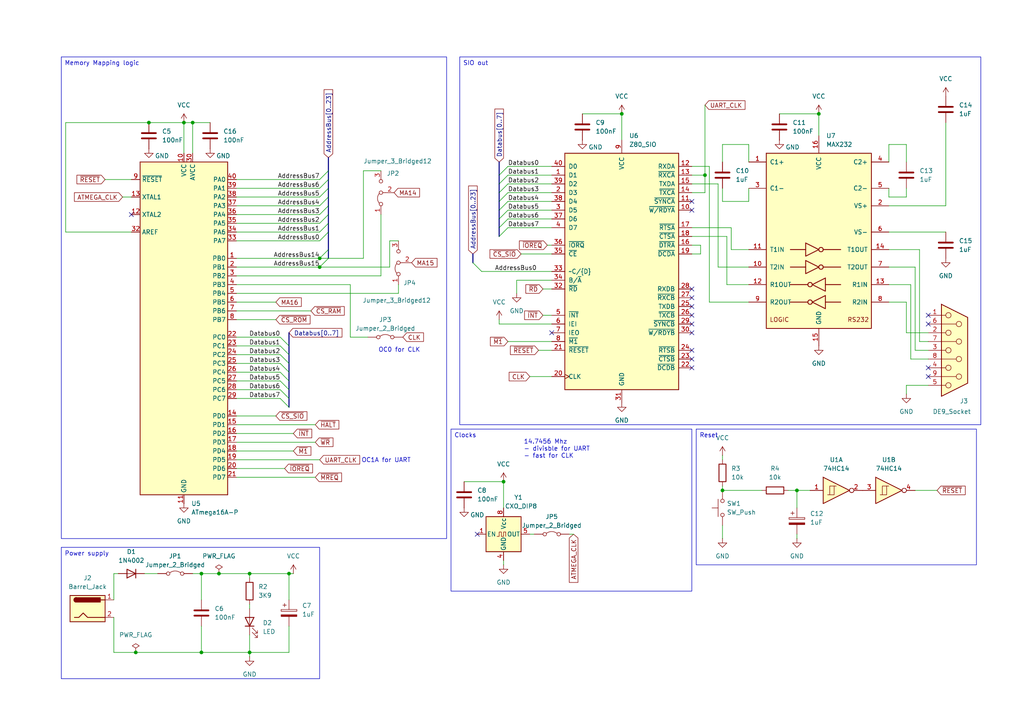
<source format=kicad_sch>
(kicad_sch (version 20250114) (generator "eeschema") (generator_version "9.0")
  (paper "A4")
  (title_block (title "Ste z80 board") (date "2025-05-11") (rev "V0.1"))
  (lib_symbols
    (symbol "74xx:74HC14" (pin_names (offset 1.016))
      (property "Reference" "U" (at 0 1.27 0))
      (property "Value" "74HC14" (at 0 -1.27 0))
      (symbol "74HC14_1_0"
        (pin input line (at -7.62 0 0) (length 3.81) (name "~") (number "1"))
        (pin output inverted (at 7.62 0 180) (length 3.81) (name "~") (number "2"))
      )
      (symbol "74HC14_2_0"
        (pin input line (at -7.62 0 0) (length 3.81) (name "~") (number "3"))
        (pin output inverted (at 7.62 0 180) (length 3.81) (name "~") (number "4"))
      )
      (symbol "74HC14_3_0"
        (pin input line (at -7.62 0 0) (length 3.81) (name "~") (number "5"))
        (pin output inverted (at 7.62 0 180) (length 3.81) (name "~") (number "6"))
      )
      (symbol "74HC14_4_0"
        (pin input line (at -7.62 0 0) (length 3.81) (name "~") (number "9"))
        (pin output inverted (at 7.62 0 180) (length 3.81) (name "~") (number "8"))
      )
      (symbol "74HC14_5_0"
        (pin input line (at -7.62 0 0) (length 3.81) (name "~") (number "11"))
        (pin output inverted (at 7.62 0 180) (length 3.81) (name "~") (number "10"))
      )
      (symbol "74HC14_6_0"
        (pin input line (at -7.62 0 0) (length 3.81) (name "~") (number "13"))
        (pin output inverted (at 7.62 0 180) (length 3.81) (name "~") (number "12"))
      )
      (symbol "74HC14_7_0"
        (pin power_in line (at 0 12.7 270) (length 5.08) (name "VCC") (number "14"))
        (pin power_in line (at 0 -12.7 90) (length 5.08) (name "GND") (number "7"))
      )
    )
    (symbol "Connector:Barrel_Jack" (pin_names (offset 1.016))
      (property "Reference" "J" (at 0 5.334 0))
      (property "Value" "Barrel_Jack" (at 0 -5.08 0))
      (symbol "Barrel_Jack_1_1"
        (pin passive line (at 7.62 2.54 180) (length 2.54) (name "~") (number "1"))
        (pin passive line (at 7.62 -2.54 180) (length 2.54) (name "~") (number "2"))
      )
    )
    (symbol "Connector:DE9_Socket" (pin_names (offset 1.016) (hide yes))
      (property "Reference" "J" (at 0 13.97 0))
      (property "Value" "DE9_Socket" (at 0 -14.605 0))
      (symbol "DE9_Socket_1_1"
        (pin passive line (at -7.62 10.16 0) (length 3.81) (name "1") (number "1"))
        (pin passive line (at -7.62 7.62 0) (length 3.81) (name "6") (number "6"))
        (pin passive line (at -7.62 5.08 0) (length 3.81) (name "2") (number "2"))
        (pin passive line (at -7.62 2.54 0) (length 3.81) (name "7") (number "7"))
        (pin passive line (at -7.62 0 0) (length 3.81) (name "3") (number "3"))
        (pin passive line (at -7.62 -2.54 0) (length 3.81) (name "8") (number "8"))
        (pin passive line (at -7.62 -5.08 0) (length 3.81) (name "4") (number "4"))
        (pin passive line (at -7.62 -7.62 0) (length 3.81) (name "9") (number "9"))
        (pin passive line (at -7.62 -10.16 0) (length 3.81) (name "5") (number "5"))
      )
    )
    (symbol "Device:C" (pin_numbers (hide yes)) (pin_names (offset 0.254))
      (property "Reference" "C" (at 0.635 2.54 0))
      (property "Value" "C" (at 0.635 -2.54 0))
      (symbol "C_1_1"
        (pin passive line (at 0 3.81 270) (length 2.794) (name "~") (number "1"))
        (pin passive line (at 0 -3.81 90) (length 2.794) (name "~") (number "2"))
      )
    )
    (symbol "Device:C_Polarized" (pin_numbers (hide yes)) (pin_names (offset 0.254))
      (property "Reference" "C" (at 0.635 2.54 0))
      (property "Value" "C_Polarized" (at 0.635 -2.54 0))
      (symbol "C_Polarized_1_1"
        (pin passive line (at 0 3.81 270) (length 2.794) (name "~") (number "1"))
        (pin passive line (at 0 -3.81 90) (length 2.794) (name "~") (number "2"))
      )
    )
    (symbol "Device:D" (pin_numbers (hide yes)) (pin_names (offset 1.016) (hide yes))
      (property "Reference" "D" (at 0 2.54 0))
      (property "Value" "D" (at 0 -2.54 0))
      (symbol "D_1_1"
        (pin passive line (at -3.81 0 0) (length 2.54) (name "K") (number "1"))
        (pin passive line (at 3.81 0 180) (length 2.54) (name "A") (number "2"))
      )
    )
    (symbol "Device:LED" (pin_numbers (hide yes)) (pin_names (offset 1.016) (hide yes))
      (property "Reference" "D" (at 0 2.54 0))
      (property "Value" "LED" (at 0 -2.54 0))
      (symbol "LED_1_1"
        (pin passive line (at -3.81 0 0) (length 2.54) (name "K") (number "1"))
        (pin passive line (at 3.81 0 180) (length 2.54) (name "A") (number "2"))
      )
    )
    (symbol "Device:R" (pin_numbers (hide yes)) (pin_names (offset 0))
      (property "Reference" "R" (at 2.032 0 90))
      (property "Value" "R" (at 0 0 90))
      (symbol "R_1_1"
        (pin passive line (at 0 3.81 270) (length 1.27) (name "~") (number "1"))
        (pin passive line (at 0 -3.81 90) (length 1.27) (name "~") (number "2"))
      )
    )
    (symbol "Interface_UART:MAX232" (pin_names (offset 1.016))
      (property "Reference" "U" (at -2.54 28.575 0))
      (property "Value" "MAX232" (at -2.54 26.67 0))
      (symbol "MAX232_0_0"
        (text "LOGIC" (at -11.43 -22.86 0) (effects (font (size 1.27 1.27))))
        (text "RS232" (at 11.43 -22.86 0) (effects (font (size 1.27 1.27))))
      )
      (symbol "MAX232_1_1"
        (pin passive line (at -20.32 22.86 0) (length 5.08) (name "C1+") (number "1"))
        (pin passive line (at -20.32 15.24 0) (length 5.08) (name "C1-") (number "3"))
        (pin input line (at -20.32 -2.54 0) (length 5.08) (name "T1IN") (number "11"))
        (pin input line (at -20.32 -7.62 0) (length 5.08) (name "T2IN") (number "10"))
        (pin output line (at -20.32 -12.7 0) (length 5.08) (name "R1OUT") (number "12"))
        (pin output line (at -20.32 -17.78 0) (length 5.08) (name "R2OUT") (number "9"))
        (pin power_in line (at 0 30.48 270) (length 5.08) (name "VCC") (number "16"))
        (pin power_in line (at 0 -30.48 90) (length 5.08) (name "GND") (number "15"))
        (pin passive line (at 20.32 22.86 180) (length 5.08) (name "C2+") (number "4"))
        (pin passive line (at 20.32 15.24 180) (length 5.08) (name "C2-") (number "5"))
        (pin power_out line (at 20.32 10.16 180) (length 5.08) (name "VS+") (number "2"))
        (pin power_out line (at 20.32 2.54 180) (length 5.08) (name "VS-") (number "6"))
        (pin output line (at 20.32 -2.54 180) (length 5.08) (name "T1OUT") (number "14"))
        (pin output line (at 20.32 -7.62 180) (length 5.08) (name "T2OUT") (number "7"))
        (pin input line (at 20.32 -12.7 180) (length 5.08) (name "R1IN") (number "13"))
        (pin input line (at 20.32 -17.78 180) (length 5.08) (name "R2IN") (number "8"))
      )
    )
    (symbol "Jumper:Jumper_2_Bridged" (pin_numbers (hide yes)) (pin_names (offset 0) (hide yes)) (exclude_from_sim yes)
      (property "Reference" "JP" (at 0 1.905 0))
      (property "Value" "Jumper_2_Bridged" (at 0 -2.54 0))
      (symbol "Jumper_2_Bridged_1_1"
        (pin passive line (at -5.08 0 0) (length 2.54) (name "A") (number "1"))
        (pin passive line (at 5.08 0 180) (length 2.54) (name "B") (number "2"))
      )
    )
    (symbol "Jumper:Jumper_3_Bridged12" (pin_names (offset 0) (hide yes)) (in_bom no)
      (property "Reference" "JP" (at -2.54 -2.54 0))
      (property "Value" "Jumper_3_Bridged12" (at 0 2.794 0))
      (symbol "Jumper_3_Bridged12_1_1"
        (pin passive line (at -6.35 0 0) (length 2.54) (name "A") (number "1"))
        (pin passive line (at 0 -3.81 90) (length 2.54) (name "C") (number "2"))
        (pin passive line (at 6.35 0 180) (length 2.54) (name "B") (number "3"))
      )
    )
    (symbol "MCU_Microchip_ATmega:ATmega16A-P"
      (property "Reference" "U" (at -12.7 49.53 0))
      (property "Value" "ATmega16A-P" (at 2.54 -49.53 0))
      (symbol "ATmega16A-P_1_1"
        (pin input line (at -15.24 43.18 0) (length 2.54) (name "~{RESET}") (number "9"))
        (pin input line (at -15.24 38.1 0) (length 2.54) (name "XTAL1") (number "13"))
        (pin output line (at -15.24 33.02 0) (length 2.54) (name "XTAL2") (number "12"))
        (pin passive line (at -15.24 27.94 0) (length 2.54) (name "AREF") (number "32"))
        (pin power_in line (at 0 50.8 270) (length 2.54) (name "VCC") (number "10"))
        (pin power_in line (at 0 -50.8 90) (length 2.54) (name "GND") (number "11"))
        (pin passive line (at 0 -50.8 90) (length 2.54) (hide yes) (name "GND") (number "31"))
        (pin power_in line (at 2.54 50.8 270) (length 2.54) (name "AVCC") (number "30"))
        (pin bidirectional line (at 15.24 43.18 180) (length 2.54) (name "PA0") (number "40"))
        (pin bidirectional line (at 15.24 40.64 180) (length 2.54) (name "PA1") (number "39"))
        (pin bidirectional line (at 15.24 38.1 180) (length 2.54) (name "PA2") (number "38"))
        (pin bidirectional line (at 15.24 35.56 180) (length 2.54) (name "PA3") (number "37"))
        (pin bidirectional line (at 15.24 33.02 180) (length 2.54) (name "PA4") (number "36"))
        (pin bidirectional line (at 15.24 30.48 180) (length 2.54) (name "PA5") (number "35"))
        (pin bidirectional line (at 15.24 27.94 180) (length 2.54) (name "PA6") (number "34"))
        (pin bidirectional line (at 15.24 25.4 180) (length 2.54) (name "PA7") (number "33"))
        (pin bidirectional line (at 15.24 20.32 180) (length 2.54) (name "PB0") (number "1"))
        (pin bidirectional line (at 15.24 17.78 180) (length 2.54) (name "PB1") (number "2"))
        (pin bidirectional line (at 15.24 15.24 180) (length 2.54) (name "PB2") (number "3"))
        (pin bidirectional line (at 15.24 12.7 180) (length 2.54) (name "PB3") (number "4"))
        (pin bidirectional line (at 15.24 10.16 180) (length 2.54) (name "PB4") (number "5"))
        (pin bidirectional line (at 15.24 7.62 180) (length 2.54) (name "PB5") (number "6"))
        (pin bidirectional line (at 15.24 5.08 180) (length 2.54) (name "PB6") (number "7"))
        (pin bidirectional line (at 15.24 2.54 180) (length 2.54) (name "PB7") (number "8"))
        (pin bidirectional line (at 15.24 -2.54 180) (length 2.54) (name "PC0") (number "22"))
        (pin bidirectional line (at 15.24 -5.08 180) (length 2.54) (name "PC1") (number "23"))
        (pin bidirectional line (at 15.24 -7.62 180) (length 2.54) (name "PC2") (number "24"))
        (pin bidirectional line (at 15.24 -10.16 180) (length 2.54) (name "PC3") (number "25"))
        (pin bidirectional line (at 15.24 -12.7 180) (length 2.54) (name "PC4") (number "26"))
        (pin bidirectional line (at 15.24 -15.24 180) (length 2.54) (name "PC5") (number "27"))
        (pin bidirectional line (at 15.24 -17.78 180) (length 2.54) (name "PC6") (number "28"))
        (pin bidirectional line (at 15.24 -20.32 180) (length 2.54) (name "PC7") (number "29"))
        (pin bidirectional line (at 15.24 -25.4 180) (length 2.54) (name "PD0") (number "14"))
        (pin bidirectional line (at 15.24 -27.94 180) (length 2.54) (name "PD1") (number "15"))
        (pin bidirectional line (at 15.24 -30.48 180) (length 2.54) (name "PD2") (number "16"))
        (pin bidirectional line (at 15.24 -33.02 180) (length 2.54) (name "PD3") (number "17"))
        (pin bidirectional line (at 15.24 -35.56 180) (length 2.54) (name "PD4") (number "18"))
        (pin bidirectional line (at 15.24 -38.1 180) (length 2.54) (name "PD5") (number "19"))
        (pin bidirectional line (at 15.24 -40.64 180) (length 2.54) (name "PD6") (number "20"))
        (pin bidirectional line (at 15.24 -43.18 180) (length 2.54) (name "PD7") (number "21"))
      )
    )
    (symbol "Oscillator:CXO_DIP8" (pin_names (offset 0.254))
      (property "Reference" "Y" (at -5.08 6.35 0))
      (property "Value" "CXO_DIP8" (at 1.27 -6.35 0))
      (symbol "CXO_DIP8_1_1"
        (pin input line (at -7.62 0 0) (length 2.54) (name "EN") (number "1"))
        (pin power_in line (at 0 7.62 270) (length 2.54) (name "Vcc") (number "8"))
        (pin power_in line (at 0 -7.62 90) (length 2.54) (name "GND") (number "4"))
        (pin output line (at 7.62 0 180) (length 2.54) (name "OUT") (number "5"))
      )
    )
    (symbol "SteZ80:Z80_SIO" (pin_names (offset 1.016))
      (property "Reference" "U" (at -16.51 35.56 0))
      (property "Value" "Z80_SIO" (at 10.16 35.56 0))
      (symbol "Z80_SIO_1_1"
        (pin input line (at -20.32 30.48 0) (length 3.81) (name "D0") (number "40"))
        (pin input line (at -20.32 27.94 0) (length 3.81) (name "D1") (number "1"))
        (pin input line (at -20.32 25.4 0) (length 3.81) (name "D2") (number "39"))
        (pin input line (at -20.32 22.86 0) (length 3.81) (name "D3") (number "2"))
        (pin input line (at -20.32 20.32 0) (length 3.81) (name "D4") (number "38"))
        (pin input line (at -20.32 17.78 0) (length 3.81) (name "D5") (number "3"))
        (pin input line (at -20.32 15.24 0) (length 3.81) (name "D6") (number "37"))
        (pin input line (at -20.32 12.7 0) (length 3.81) (name "D7") (number "4"))
        (pin input line (at -20.32 7.62 0) (length 3.81) (name "~{IORQ}") (number "36"))
        (pin input line (at -20.32 5.08 0) (length 3.81) (name "~{CE}") (number "35"))
        (pin input line (at -20.32 0 0) (length 3.81) (name "~C/{D}") (number "33"))
        (pin input line (at -20.32 -2.54 0) (length 3.81) (name "B/~{A}") (number "34"))
        (pin input line (at -20.32 -5.08 0) (length 3.81) (name "~{RD}") (number "32"))
        (pin open_collector line (at -20.32 -12.7 0) (length 3.81) (name "~{INT}") (number "5"))
        (pin input line (at -20.32 -15.24 0) (length 3.81) (name "IEI") (number "6"))
        (pin output line (at -20.32 -17.78 0) (length 3.81) (name "IEO") (number "7"))
        (pin input line (at -20.32 -20.32 0) (length 3.81) (name "~{M1}") (number "8"))
        (pin input line (at -20.32 -22.86 0) (length 3.81) (name "~{RESET}") (number "21"))
        (pin input clock (at -20.32 -30.48 0) (length 3.81) (name "CLK") (number "20"))
        (pin power_in line (at 0 38.1 270) (length 3.81) (name "VCC") (number "9"))
        (pin power_in line (at 0 -38.1 90) (length 3.81) (name "GND") (number "31"))
        (pin input line (at 20.32 30.48 180) (length 3.81) (name "RXDA") (number "12"))
        (pin input line (at 20.32 27.94 180) (length 3.81) (name "~{RXCA}") (number "13"))
        (pin output line (at 20.32 25.4 180) (length 3.81) (name "TXDA") (number "15"))
        (pin input line (at 20.32 22.86 180) (length 3.81) (name "~{TXCA}") (number "14"))
        (pin bidirectional line (at 20.32 20.32 180) (length 3.81) (name "~{SYNCA}") (number "11"))
        (pin output line (at 20.32 17.78 180) (length 3.81) (name "~{W/RDYA}") (number "10"))
        (pin output line (at 20.32 12.7 180) (length 3.81) (name "~{RTSA}") (number "17"))
        (pin input line (at 20.32 10.16 180) (length 3.81) (name "~{CTSA}") (number "18"))
        (pin output line (at 20.32 7.62 180) (length 3.81) (name "~{DTRA}") (number "16"))
        (pin input line (at 20.32 5.08 180) (length 3.81) (name "~{DCDA}") (number "19"))
        (pin input line (at 20.32 -5.08 180) (length 3.81) (name "RXDB") (number "28"))
        (pin input line (at 20.32 -7.62 180) (length 3.81) (name "~{RXCB}") (number "27"))
        (pin output line (at 20.32 -10.16 180) (length 3.81) (name "TXDB") (number "25"))
        (pin input line (at 20.32 -12.7 180) (length 3.81) (name "~{TXCB}") (number "26"))
        (pin bidirectional line (at 20.32 -15.24 180) (length 3.81) (name "~{SYNCB}") (number "29"))
        (pin output line (at 20.32 -17.78 180) (length 3.81) (name "~{W/RDYB}") (number "30"))
        (pin output line (at 20.32 -22.86 180) (length 3.81) (name "~{RTSB}") (number "24"))
        (pin output line (at 20.32 -25.4 180) (length 3.81) (name "~{CTSB}") (number "23"))
        (pin input line (at 20.32 -27.94 180) (length 3.81) (name "~{DCDB}") (number "22"))
      )
    )
    (symbol "Switch:SW_Push" (pin_numbers (hide yes)) (pin_names (offset 1.016) (hide yes))
      (property "Reference" "SW" (at 1.27 2.54 0))
      (property "Value" "SW_Push" (at 0 -1.524 0))
      (symbol "SW_Push_0_1"
        (pin passive line (at -5.08 0 0) (length 2.54) (name "1") (number "1"))
        (pin passive line (at 5.08 0 180) (length 2.54) (name "2") (number "2"))
      )
    )
    (symbol "power:GND" (power) (pin_numbers (hide yes)) (pin_names (offset 0) (hide yes))
      (property "Value" "GND" (at 0 -3.81 0))
      (symbol "GND_1_1"
        (pin power_in line (at 0 0 270) (length 0) (name "~") (number "1"))
      )
    )
    (symbol "power:PWR_FLAG" (power) (pin_numbers (hide yes)) (pin_names (offset 0) (hide yes))
      (property "Value" "PWR_FLAG" (at 0 3.81 0))
      (symbol "PWR_FLAG_0_0"
        (pin power_out line (at 0 0 90) (length 0) (name "~") (number "1"))
      )
    )
    (symbol "power:VCC" (power) (pin_numbers (hide yes)) (pin_names (offset 0) (hide yes))
      (property "Value" "VCC" (at 0 3.556 0))
      (symbol "VCC_1_1"
        (pin power_in line (at 0 0 90) (length 0) (name "~") (number "1"))
      )
    )
  )
  (text "OC0 for CLK" (at 115.824 101.6 0) (effects (font (size 1.27 1.27))))
  (text "14.7456 Mhz\n- divisble for UART\n- fast for CLK" (at 151.892 130.302 0) (effects (font (size 1.27 1.27)) (justify left)))
  (text "OC1A for UART" (at 112.014 133.604 0) (effects (font (size 1.27 1.27))))
  (text_box "SIO out" (at 133.35 16.51 0) (size 151.13 106.68) (margins 0.9525 0.9525 0.9525 0.9525) (effects (font (size 1.27 1.27)) (justify left top)))
  (text_box "Power supply" (at 17.78 158.75 0) (size 74.93 38.1) (margins 0.9525 0.9525 0.9525 0.9525) (effects (font (size 1.27 1.27)) (justify left top)))
  (text_box "Reset" (at 201.93 124.46 0) (size 81.28 39.37) (margins 0.9525 0.9525 0.9525 0.9525) (effects (font (size 1.27 1.27)) (justify left top)))
  (text_box "Memory Mapping logic" (at 17.78 16.51 0) (size 111.76 139.7) (margins 0.9525 0.9525 0.9525 0.9525) (effects (font (size 1.27 1.27)) (justify left top)))
  (text_box "Clocks" (at 130.81 124.46 0) (size 69.85 46.99) (margins 0.9525 0.9525 0.9525 0.9525) (effects (font (size 1.27 1.27)) (justify left top)))
  (junction (at 63.5 166.37))
  (junction (at 58.42 189.23))
  (junction (at 146.05 139.7))
  (junction (at 92.71 74.93))
  (junction (at 72.39 166.37))
  (junction (at 180.34 33.02))
  (junction (at 39.37 189.23))
  (junction (at 72.39 189.23))
  (junction (at 92.71 77.47))
  (junction (at 53.34 35.56))
  (junction (at 55.88 35.56))
  (junction (at 83.82 166.37))
  (junction (at 231.14 142.24))
  (junction (at 209.55 142.24))
  (junction (at 43.18 35.56))
  (junction (at 204.47 50.8))
  (junction (at 237.49 33.02))
  (junction (at 58.42 166.37))
  (no_connect (at 200.66 101.6))
  (no_connect (at 38.1 62.23))
  (no_connect (at 200.66 93.98))
  (no_connect (at 269.24 106.68))
  (no_connect (at 138.43 154.94))
  (no_connect (at 200.66 58.42))
  (no_connect (at 160.02 96.52))
  (no_connect (at 269.24 91.44))
  (no_connect (at 200.66 88.9))
  (no_connect (at 200.66 91.44))
  (no_connect (at 200.66 96.52))
  (no_connect (at 200.66 86.36))
  (no_connect (at 269.24 109.22))
  (no_connect (at 200.66 60.96))
  (no_connect (at 200.66 83.82))
  (no_connect (at 269.24 93.98))
  (no_connect (at 200.66 104.14))
  (no_connect (at 200.66 106.68))
  (bus_entry (at 144.78 50.8) (size 2.54 -2.54))
  (bus_entry (at 95.25 72.39) (size -2.54 2.54))
  (bus_entry (at 95.25 67.31) (size -2.54 2.54))
  (bus_entry (at 144.78 68.58) (size 2.54 -2.54))
  (bus_entry (at 144.78 60.96) (size 2.54 -2.54))
  (bus_entry (at 95.25 64.77) (size -2.54 2.54))
  (bus_entry (at 95.25 57.15) (size -2.54 2.54))
  (bus_entry (at 95.25 59.69) (size -2.54 2.54))
  (bus_entry (at 83.82 113.03) (size -2.54 -2.54))
  (bus_entry (at 83.82 100.33) (size -2.54 -2.54))
  (bus_entry (at 144.78 63.5) (size 2.54 -2.54))
  (bus_entry (at 83.82 115.57) (size -2.54 -2.54))
  (bus_entry (at 83.82 105.41) (size -2.54 -2.54))
  (bus_entry (at 95.25 49.53) (size -2.54 2.54))
  (bus_entry (at 95.25 74.93) (size -2.54 2.54))
  (bus_entry (at 83.82 102.87) (size -2.54 -2.54))
  (bus_entry (at 144.78 66.04) (size 2.54 -2.54))
  (bus_entry (at 83.82 107.95) (size -2.54 -2.54))
  (bus_entry (at 95.25 52.07) (size -2.54 2.54))
  (bus_entry (at 83.82 110.49) (size -2.54 -2.54))
  (bus_entry (at 95.25 62.23) (size -2.54 2.54))
  (bus_entry (at 139.7 78.74) (size -2.54 -2.54))
  (bus_entry (at 95.25 54.61) (size -2.54 2.54))
  (bus_entry (at 144.78 53.34) (size 2.54 -2.54))
  (bus_entry (at 83.82 118.11) (size -2.54 -2.54))
  (bus_entry (at 144.78 58.42) (size 2.54 -2.54))
  (bus_entry (at 144.78 55.88) (size 2.54 -2.54))
  (wire (pts (xy 58.42 189.23) (xy 72.39 189.23)))
  (wire (pts (xy 68.58 125.73) (xy 85.09 125.73)))
  (wire (pts (xy 95.25 74.93) (xy 105.41 74.93)))
  (wire (pts (xy 160.02 55.88) (xy 147.32 55.88)))
  (bus (pts (xy 95.25 72.39) (xy 95.25 74.93)))
  (wire (pts (xy 153.67 109.22) (xy 160.02 109.22)))
  (wire (pts (xy 180.34 40.64) (xy 180.34 33.02)))
  (bus (pts (xy 95.25 67.31) (xy 95.25 72.39)))
  (bus (pts (xy 83.82 107.95) (xy 83.82 110.49)))
  (wire (pts (xy 144.78 93.98) (xy 144.78 92.71)))
  (wire (pts (xy 68.58 120.65) (xy 80.01 120.65)))
  (wire (pts (xy 146.05 139.7) (xy 134.62 139.7)))
  (wire (pts (xy 147.32 99.06) (xy 160.02 99.06)))
  (wire (pts (xy 157.48 91.44) (xy 160.02 91.44)))
  (wire (pts (xy 264.16 104.14) (xy 269.24 104.14)))
  (wire (pts (xy 68.58 67.31) (xy 92.71 67.31)))
  (wire (pts (xy 217.17 54.61) (xy 217.17 58.42)))
  (wire (pts (xy 262.89 96.52) (xy 262.89 87.63)))
  (wire (pts (xy 210.82 82.55) (xy 210.82 68.58)))
  (wire (pts (xy 266.7 72.39) (xy 257.81 72.39)))
  (bus (pts (xy 83.82 105.41) (xy 83.82 107.95)))
  (wire (pts (xy 68.58 74.93) (xy 92.71 74.93)))
  (wire (pts (xy 231.14 154.94) (xy 231.14 156.21)))
  (wire (pts (xy 68.58 113.03) (xy 81.28 113.03)))
  (wire (pts (xy 55.88 35.56) (xy 60.96 35.56)))
  (wire (pts (xy 72.39 189.23) (xy 72.39 190.5)))
  (wire (pts (xy 68.58 62.23) (xy 92.71 62.23)))
  (wire (pts (xy 113.03 77.47) (xy 113.03 69.85)))
  (wire (pts (xy 68.58 87.63) (xy 80.01 87.63)))
  (wire (pts (xy 257.81 57.15) (xy 257.81 54.61)))
  (wire (pts (xy 146.05 139.7) (xy 146.05 147.32)))
  (wire (pts (xy 220.98 142.24) (xy 209.55 142.24)))
  (wire (pts (xy 105.41 49.53) (xy 110.49 49.53)))
  (bus (pts (xy 95.25 57.15) (xy 95.25 54.61)))
  (bus (pts (xy 144.78 46.99) (xy 144.78 50.8)))
  (bus (pts (xy 95.25 64.77) (xy 95.25 67.31)))
  (wire (pts (xy 68.58 80.01) (xy 110.49 80.01)))
  (wire (pts (xy 43.18 35.56) (xy 53.34 35.56)))
  (bus (pts (xy 144.78 58.42) (xy 144.78 60.96)))
  (wire (pts (xy 68.58 102.87) (xy 81.28 102.87)))
  (bus (pts (xy 83.82 110.49) (xy 83.82 113.03)))
  (wire (pts (xy 53.34 35.56) (xy 55.88 35.56)))
  (wire (pts (xy 200.66 48.26) (xy 205.74 48.26)))
  (wire (pts (xy 55.88 166.37) (xy 58.42 166.37)))
  (wire (pts (xy 115.57 82.55) (xy 115.57 85.09)))
  (wire (pts (xy 160.02 66.04) (xy 147.32 66.04)))
  (wire (pts (xy 210.82 82.55) (xy 217.17 82.55)))
  (wire (pts (xy 231.14 142.24) (xy 231.14 147.32)))
  (wire (pts (xy 209.55 152.4) (xy 209.55 156.21)))
  (wire (pts (xy 166.37 154.94) (xy 165.1 154.94)))
  (wire (pts (xy 68.58 130.81) (xy 85.09 130.81)))
  (wire (pts (xy 63.5 166.37) (xy 72.39 166.37)))
  (wire (pts (xy 217.17 87.63) (xy 205.74 87.63)))
  (wire (pts (xy 208.28 77.47) (xy 208.28 53.34)))
  (bus (pts (xy 144.78 53.34) (xy 144.78 55.88)))
  (wire (pts (xy 30.48 52.07) (xy 38.1 52.07)))
  (wire (pts (xy 158.75 71.12) (xy 160.02 71.12)))
  (wire (pts (xy 274.32 59.69) (xy 257.81 59.69)))
  (wire (pts (xy 264.16 82.55) (xy 264.16 104.14)))
  (bus (pts (xy 144.78 66.04) (xy 144.78 68.58)))
  (wire (pts (xy 35.56 57.15) (xy 38.1 57.15)))
  (bus (pts (xy 144.78 63.5) (xy 144.78 66.04)))
  (bus (pts (xy 83.82 96.52) (xy 83.82 100.33)))
  (wire (pts (xy 105.41 74.93) (xy 105.41 49.53)))
  (wire (pts (xy 209.55 132.08) (xy 209.55 133.35)))
  (wire (pts (xy 265.43 101.6) (xy 269.24 101.6)))
  (wire (pts (xy 231.14 142.24) (xy 234.95 142.24)))
  (wire (pts (xy 160.02 53.34) (xy 147.32 53.34)))
  (wire (pts (xy 228.6 142.24) (xy 231.14 142.24)))
  (bus (pts (xy 83.82 100.33) (xy 83.82 102.87)))
  (wire (pts (xy 156.21 101.6) (xy 160.02 101.6)))
  (wire (pts (xy 83.82 166.37) (xy 83.82 173.99)))
  (bus (pts (xy 83.82 113.03) (xy 83.82 115.57)))
  (wire (pts (xy 72.39 167.64) (xy 72.39 166.37)))
  (wire (pts (xy 58.42 166.37) (xy 63.5 166.37)))
  (wire (pts (xy 269.24 96.52) (xy 262.89 96.52)))
  (wire (pts (xy 68.58 138.43) (xy 91.44 138.43)))
  (bus (pts (xy 95.25 45.72) (xy 95.25 49.53)))
  (wire (pts (xy 217.17 46.99) (xy 217.17 41.91)))
  (wire (pts (xy 237.49 33.02) (xy 237.49 39.37)))
  (wire (pts (xy 210.82 68.58) (xy 200.66 68.58)))
  (wire (pts (xy 200.66 66.04) (xy 212.09 66.04)))
  (wire (pts (xy 160.02 63.5) (xy 147.32 63.5)))
  (bus (pts (xy 144.78 50.8) (xy 144.78 53.34)))
  (wire (pts (xy 265.43 142.24) (xy 271.78 142.24)))
  (wire (pts (xy 110.49 80.01) (xy 110.49 62.23)))
  (wire (pts (xy 200.66 50.8) (xy 204.47 50.8)))
  (wire (pts (xy 113.03 69.85) (xy 115.57 69.85)))
  (wire (pts (xy 262.89 41.91) (xy 262.89 46.99)))
  (wire (pts (xy 217.17 72.39) (xy 212.09 72.39)))
  (wire (pts (xy 149.86 81.28) (xy 160.02 81.28)))
  (wire (pts (xy 33.02 166.37) (xy 34.29 166.37)))
  (wire (pts (xy 200.66 73.66) (xy 203.2 73.66)))
  (wire (pts (xy 92.71 74.93) (xy 95.25 74.93)))
  (wire (pts (xy 68.58 110.49) (xy 81.28 110.49)))
  (wire (pts (xy 33.02 189.23) (xy 39.37 189.23)))
  (wire (pts (xy 68.58 133.35) (xy 92.71 133.35)))
  (wire (pts (xy 55.88 44.45) (xy 55.88 35.56)))
  (wire (pts (xy 269.24 99.06) (xy 266.7 99.06)))
  (wire (pts (xy 209.55 41.91) (xy 209.55 46.99)))
  (wire (pts (xy 200.66 55.88) (xy 204.47 55.88)))
  (wire (pts (xy 208.28 53.34) (xy 200.66 53.34)))
  (wire (pts (xy 217.17 41.91) (xy 209.55 41.91)))
  (wire (pts (xy 257.81 41.91) (xy 262.89 41.91)))
  (wire (pts (xy 154.94 154.94) (xy 153.67 154.94)))
  (wire (pts (xy 262.89 111.76) (xy 269.24 111.76)))
  (wire (pts (xy 257.81 82.55) (xy 264.16 82.55)))
  (wire (pts (xy 146.05 163.83) (xy 146.05 162.56)))
  (wire (pts (xy 72.39 189.23) (xy 83.82 189.23)))
  (wire (pts (xy 266.7 99.06) (xy 266.7 72.39)))
  (wire (pts (xy 68.58 90.17) (xy 90.17 90.17)))
  (bus (pts (xy 144.78 60.96) (xy 144.78 63.5)))
  (wire (pts (xy 209.55 142.24) (xy 209.55 140.97)))
  (wire (pts (xy 101.6 82.55) (xy 101.6 97.79)))
  (wire (pts (xy 237.49 33.02) (xy 226.06 33.02)))
  (wire (pts (xy 68.58 115.57) (xy 81.28 115.57)))
  (wire (pts (xy 72.39 184.15) (xy 72.39 189.23)))
  (wire (pts (xy 160.02 58.42) (xy 147.32 58.42)))
  (wire (pts (xy 160.02 48.26) (xy 147.32 48.26)))
  (wire (pts (xy 58.42 166.37) (xy 58.42 173.99)))
  (wire (pts (xy 68.58 82.55) (xy 101.6 82.55)))
  (bus (pts (xy 95.25 59.69) (xy 95.25 57.15)))
  (wire (pts (xy 139.7 78.74) (xy 160.02 78.74)))
  (wire (pts (xy 262.89 87.63) (xy 257.81 87.63)))
  (bus (pts (xy 95.25 52.07) (xy 95.25 49.53)))
  (wire (pts (xy 203.2 73.66) (xy 203.2 71.12)))
  (wire (pts (xy 68.58 57.15) (xy 92.71 57.15)))
  (wire (pts (xy 262.89 57.15) (xy 257.81 57.15)))
  (wire (pts (xy 72.39 175.26) (xy 72.39 176.53)))
  (wire (pts (xy 68.58 107.95) (xy 81.28 107.95)))
  (wire (pts (xy 33.02 166.37) (xy 33.02 173.99)))
  (wire (pts (xy 92.71 77.47) (xy 113.03 77.47)))
  (wire (pts (xy 204.47 30.48) (xy 204.47 50.8)))
  (wire (pts (xy 205.74 48.26) (xy 205.74 87.63)))
  (wire (pts (xy 265.43 77.47) (xy 265.43 101.6)))
  (wire (pts (xy 101.6 97.79) (xy 106.68 97.79)))
  (wire (pts (xy 262.89 114.3) (xy 262.89 111.76)))
  (wire (pts (xy 68.58 92.71) (xy 80.01 92.71)))
  (wire (pts (xy 257.81 67.31) (xy 274.32 67.31)))
  (wire (pts (xy 212.09 66.04) (xy 212.09 72.39)))
  (wire (pts (xy 72.39 166.37) (xy 83.82 166.37)))
  (wire (pts (xy 208.28 77.47) (xy 217.17 77.47)))
  (wire (pts (xy 33.02 179.07) (xy 33.02 189.23)))
  (bus (pts (xy 95.25 59.69) (xy 95.25 62.23)))
  (wire (pts (xy 41.91 166.37) (xy 45.72 166.37)))
  (wire (pts (xy 68.58 97.79) (xy 81.28 97.79)))
  (wire (pts (xy 149.86 85.09) (xy 149.86 81.28)))
  (wire (pts (xy 83.82 181.61) (xy 83.82 189.23)))
  (wire (pts (xy 68.58 64.77) (xy 92.71 64.77)))
  (wire (pts (xy 180.34 33.02) (xy 168.91 33.02)))
  (bus (pts (xy 83.82 115.57) (xy 83.82 118.11)))
  (wire (pts (xy 209.55 58.42) (xy 217.17 58.42)))
  (wire (pts (xy 257.81 46.99) (xy 257.81 41.91)))
  (wire (pts (xy 83.82 166.37) (xy 85.09 166.37)))
  (bus (pts (xy 83.82 102.87) (xy 83.82 105.41)))
  (wire (pts (xy 68.58 85.09) (xy 115.57 85.09)))
  (wire (pts (xy 200.66 71.12) (xy 203.2 71.12)))
  (wire (pts (xy 160.02 60.96) (xy 147.32 60.96)))
  (wire (pts (xy 68.58 54.61) (xy 92.71 54.61)))
  (wire (pts (xy 262.89 54.61) (xy 262.89 57.15)))
  (wire (pts (xy 58.42 181.61) (xy 58.42 189.23)))
  (bus (pts (xy 95.25 54.61) (xy 95.25 52.07)))
  (wire (pts (xy 157.48 83.82) (xy 160.02 83.82)))
  (wire (pts (xy 160.02 93.98) (xy 144.78 93.98)))
  (bus (pts (xy 95.25 62.23) (xy 95.25 64.77)))
  (wire (pts (xy 68.58 105.41) (xy 81.28 105.41)))
  (wire (pts (xy 68.58 100.33) (xy 81.28 100.33)))
  (wire (pts (xy 68.58 69.85) (xy 92.71 69.85)))
  (wire (pts (xy 151.13 73.66) (xy 160.02 73.66)))
  (wire (pts (xy 274.32 35.56) (xy 274.32 59.69)))
  (wire (pts (xy 19.05 35.56) (xy 43.18 35.56)))
  (wire (pts (xy 19.05 35.56) (xy 19.05 67.31)))
  (wire (pts (xy 39.37 189.23) (xy 58.42 189.23)))
  (wire (pts (xy 19.05 67.31) (xy 38.1 67.31)))
  (wire (pts (xy 204.47 50.8) (xy 204.47 55.88)))
  (bus (pts (xy 137.16 73.66) (xy 137.16 76.2)))
  (wire (pts (xy 160.02 50.8) (xy 147.32 50.8)))
  (wire (pts (xy 68.58 59.69) (xy 92.71 59.69)))
  (wire (pts (xy 68.58 128.27) (xy 91.44 128.27)))
  (wire (pts (xy 53.34 35.56) (xy 53.34 44.45)))
  (bus (pts (xy 144.78 55.88) (xy 144.78 58.42)))
  (wire (pts (xy 68.58 123.19) (xy 91.44 123.19)))
  (wire (pts (xy 68.58 135.89) (xy 82.55 135.89)))
  (wire (pts (xy 257.81 77.47) (xy 265.43 77.47)))
  (wire (pts (xy 68.58 52.07) (xy 92.71 52.07)))
  (wire (pts (xy 68.58 77.47) (xy 92.71 77.47)))
  (wire (pts (xy 209.55 54.61) (xy 209.55 58.42)))
  (label "AddressBus0" (at 143.51 78.74 0))
  (label "Databus1" (at 147.32 50.8 0))
  (label "Databus2" (at 81.28 102.87 180))
  (label "Databus0" (at 81.28 97.79 180))
  (label "AddressBus3" (at 92.71 62.23 180))
  (label "Databus2" (at 147.32 53.34 0))
  (label "Databus3" (at 147.32 55.88 0))
  (label "Databus5" (at 81.28 110.49 180))
  (label "AddressBus2" (at 92.71 64.77 180))
  (label "Databus1" (at 81.28 100.33 180))
  (label "AddressBus0" (at 92.71 69.85 180))
  (label "AddressBus15" (at 92.71 77.47 180))
  (label "AddressBus1" (at 92.71 67.31 180))
  (label "AddressBus14" (at 92.71 74.93 180))
  (label "Databus7" (at 81.28 115.57 180))
  (label "Databus0" (at 147.32 48.26 0))
  (label "AddressBus7" (at 92.71 52.07 180))
  (label "Databus6" (at 81.28 113.03 180))
  (label "AddressBus5" (at 92.71 57.15 180))
  (label "Databus6" (at 147.32 63.5 0))
  (label "Databus4" (at 147.32 58.42 0))
  (label "Databus5" (at 147.32 60.96 0))
  (label "AddressBus4" (at 92.71 59.69 180))
  (label "Databus3" (at 81.28 105.41 180))
  (label "AddressBus6" (at 92.71 54.61 180))
  (label "Databus4" (at 81.28 107.95 180))
  (label "Databus7" (at 147.32 66.04 0))
  (global_label "CLK" (shape input) (at 153.67 109.22 180) (property "Intersheetrefs" "${INTERSHEET_REFS}" (effects (hide yes))))
  (global_label "~{HALT}" (shape input) (at 91.44 123.19 0) (property "Intersheetrefs" "${INTERSHEET_REFS}" (effects (hide yes))))
  (global_label "~{M1}" (shape input) (at 85.09 130.81 0) (property "Intersheetrefs" "${INTERSHEET_REFS}" (effects (hide yes))))
  (global_label "UART_CLK" (shape input) (at 92.71 133.35 0) (property "Intersheetrefs" "${INTERSHEET_REFS}" (effects (hide yes))))
  (global_label "CLK" (shape input) (at 116.84 97.79 0) (property "Intersheetrefs" "${INTERSHEET_REFS}" (effects (hide yes))))
  (global_label "~{CS_RAM}" (shape input) (at 90.17 90.17 0) (property "Intersheetrefs" "${INTERSHEET_REFS}" (effects (hide yes))))
  (global_label "AddressBus[0..23]" (shape input) (at 137.16 73.66 90) (property "Intersheetrefs" "${INTERSHEET_REFS}" (effects (hide yes))))
  (global_label "MA16" (shape input) (at 80.01 87.63 0) (property "Intersheetrefs" "${INTERSHEET_REFS}" (effects (hide yes))))
  (global_label "~{RD}" (shape input) (at 157.48 83.82 180) (property "Intersheetrefs" "${INTERSHEET_REFS}" (effects (hide yes))))
  (global_label "~{RESET}" (shape input) (at 271.78 142.24 0) (property "Intersheetrefs" "${INTERSHEET_REFS}" (effects (hide yes))))
  (global_label "~{IOREQ}" (shape input) (at 82.55 135.89 0) (property "Intersheetrefs" "${INTERSHEET_REFS}" (effects (hide yes))))
  (global_label "ATMEGA_CLK" (shape input) (at 35.56 57.15 180) (property "Intersheetrefs" "${INTERSHEET_REFS}" (effects (hide yes))))
  (global_label "UART_CLK" (shape input) (at 204.47 30.48 0) (property "Intersheetrefs" "${INTERSHEET_REFS}" (effects (hide yes))))
  (global_label "~{M1}" (shape input) (at 147.32 99.06 180) (property "Intersheetrefs" "${INTERSHEET_REFS}" (effects (hide yes))))
  (global_label "~{RESET}" (shape input) (at 156.21 101.6 180) (property "Intersheetrefs" "${INTERSHEET_REFS}" (effects (hide yes))))
  (global_label "~{INT}" (shape input) (at 85.09 125.73 0) (property "Intersheetrefs" "${INTERSHEET_REFS}" (effects (hide yes))))
  (global_label "AddressBus[0..23]" (shape input) (at 95.25 45.72 90) (property "Intersheetrefs" "${INTERSHEET_REFS}" (effects (hide yes))))
  (global_label "MA15" (shape input) (at 119.38 76.2 0) (property "Intersheetrefs" "${INTERSHEET_REFS}" (effects (hide yes))))
  (global_label "ATMEGA_CLK" (shape input) (at 166.37 154.94 270) (property "Intersheetrefs" "${INTERSHEET_REFS}" (effects (hide yes))))
  (global_label "~{RESET}" (shape input) (at 30.48 52.07 180) (property "Intersheetrefs" "${INTERSHEET_REFS}" (effects (hide yes))))
  (global_label "~{IOREQ}" (shape input) (at 158.75 71.12 180) (property "Intersheetrefs" "${INTERSHEET_REFS}" (effects (hide yes))))
  (global_label "~{WR}" (shape input) (at 91.44 128.27 0) (property "Intersheetrefs" "${INTERSHEET_REFS}" (effects (hide yes))))
  (global_label "~{INT}" (shape input) (at 157.48 91.44 180) (property "Intersheetrefs" "${INTERSHEET_REFS}" (effects (hide yes))))
  (global_label "~{CS_SIO}" (shape input) (at 80.01 120.65 0) (property "Intersheetrefs" "${INTERSHEET_REFS}" (effects (hide yes))))
  (global_label "~{CS_SIO}" (shape input) (at 151.13 73.66 180) (property "Intersheetrefs" "${INTERSHEET_REFS}" (effects (hide yes))))
  (global_label "Databus[0..7]" (shape input) (at 83.82 96.52 0) (property "Intersheetrefs" "${INTERSHEET_REFS}" (effects (hide yes))))
  (global_label "~{MREQ}" (shape input) (at 91.44 138.43 0) (property "Intersheetrefs" "${INTERSHEET_REFS}" (effects (hide yes))))
  (global_label "Databus[0..7]" (shape input) (at 144.78 46.99 90) (property "Intersheetrefs" "${INTERSHEET_REFS}" (effects (hide yes))))
  (global_label "~{CS_ROM}" (shape input) (at 80.01 92.71 0) (property "Intersheetrefs" "${INTERSHEET_REFS}" (effects (hide yes))))
  (global_label "MA14" (shape input) (at 114.3 55.88 0) (property "Intersheetrefs" "${INTERSHEET_REFS}" (effects (hide yes))))
  (symbol (lib_id "power:VCC") (at 146.05 139.7 0) (unit 1)
    (property "Reference" "#PWR022" (effects (hide yes)))
    (property "Value" "VCC" (at 146.05 134.62 0))
    (property "Description" "Power symbol creates a global label with name \"VCC\"" (effects (hide yes)))
  )
  (symbol (lib_id "Device:C") (at 274.32 71.12 0) (unit 1)
    (property "Reference" "C15" (at 278.13 69.8499 0) (effects (justify left)))
    (property "Value" "1uF" (at 278.13 72.3899 0) (effects (justify left)))
    (property "Footprint" "Capacitor_THT:C_Rect_L7.0mm_W2.0mm_P5.00mm" (effects (hide yes)))
    (property "Description" "Unpolarized capacitor" (effects (hide yes)))
  )
  (symbol (lib_id "Switch:SW_Push") (at 209.55 147.32 90) (unit 1)
    (property "Reference" "SW1" (at 210.82 146.0499 90) (effects (justify right)))
    (property "Value" "SW_Push" (at 210.82 148.5899 90) (effects (justify right)))
    (property "Footprint" "Button_Switch_THT:SW_PUSH-12mm" (effects (hide yes)))
    (property "Description" "Push button switch, generic, two pins" (effects (hide yes)))
  )
  (symbol (lib_id "74xx:74HC14") (at 257.81 142.24 0) (unit 2)
    (property "Reference" "U1" (at 257.81 133.35 0))
    (property "Value" "74HC14" (at 257.81 135.89 0))
    (property "Footprint" "Package_DIP:DIP-14_W7.62mm" (effects (hide yes)))
    (property "Datasheet" "http://www.ti.com/lit/gpn/sn74HC14" (effects (hide yes)))
    (property "Description" "Hex inverter schmitt trigger" (effects (hide yes)))
  )
  (symbol (lib_id "MCU_Microchip_ATmega:ATmega16A-P") (at 53.34 95.25 0) (unit 1)
    (property "Reference" "U5" (at 55.4833 146.05 0) (effects (justify left)))
    (property "Value" "ATmega16A-P" (at 55.4833 148.59 0) (effects (justify left)))
    (property "Footprint" "Package_DIP:DIP-40_W15.24mm_LongPads" (effects (hide yes)))
    (property "Datasheet" "http://ww1.microchip.com/downloads/en/DeviceDoc/Atmel-8154-8-bit-AVR-ATmega16A_Datasheet.pdf" (effects (hide yes)))
    (property "Description" "16MHz, 16kB Flash, 1kB SRAM, 512B EEPROM, JTAG, DIP-40" (effects (hide yes)))
  )
  (symbol (lib_id "power:GND") (at 60.96 43.18 0) (unit 1)
    (property "Reference" "#PWR037" (effects (hide yes)))
    (property "Value" "GND" (at 64.77 45.212 0))
    (property "Description" "Power symbol creates a global label with name \"GND\" , ground" (effects (hide yes)))
  )
  (symbol (lib_id "power:GND") (at 53.34 146.05 0) (unit 1)
    (property "Reference" "#PWR016" (effects (hide yes)))
    (property "Value" "GND" (at 53.34 151.13 0))
    (property "Description" "Power symbol creates a global label with name \"GND\" , ground" (effects (hide yes)))
  )
  (symbol (lib_id "Oscillator:CXO_DIP8") (at 146.05 154.94 0) (unit 1)
    (property "Reference" "Y1" (at 150.368 144.272 0))
    (property "Value" "CXO_DIP8" (at 151.13 146.812 0))
    (property "Footprint" "Oscillator:Oscillator_DIP-8" (effects (hide yes)))
    (property "Datasheet" "http://cdn-reichelt.de/documents/datenblatt/B400/OSZI.pdf" (effects (hide yes)))
    (property "Description" "Crystal Clock Oscillator, DIP8-style metal package" (effects (hide yes)))
  )
  (symbol (lib_id "Device:C_Polarized") (at 231.14 151.13 0) (unit 1)
    (property "Reference" "C12" (at 234.95 148.9709 0) (effects (justify left)))
    (property "Value" "1uF" (at 234.95 151.5109 0) (effects (justify left)))
    (property "Footprint" "Capacitor_THT:CP_Radial_D5.0mm_P2.50mm" (effects (hide yes)))
    (property "Description" "Polarized capacitor" (effects (hide yes)))
  )
  (symbol (lib_id "power:GND") (at 43.18 43.18 0) (unit 1)
    (property "Reference" "#PWR015" (effects (hide yes)))
    (property "Value" "GND" (at 46.99 45.212 0))
    (property "Description" "Power symbol creates a global label with name \"GND\" , ground" (effects (hide yes)))
  )
  (symbol (lib_id "power:VCC") (at 53.34 35.56 0) (unit 1)
    (property "Reference" "#PWR017" (effects (hide yes)))
    (property "Value" "VCC" (at 53.34 30.48 0))
    (property "Description" "Power symbol creates a global label with name \"VCC\"" (effects (hide yes)))
  )
  (symbol (lib_id "Device:C") (at 134.62 143.51 0) (unit 1)
    (property "Reference" "C8" (at 138.43 142.2399 0) (effects (justify left)))
    (property "Value" "100nF" (at 138.43 144.7799 0) (effects (justify left)))
    (property "Footprint" "Capacitor_THT:C_Rect_L7.0mm_W2.0mm_P5.00mm" (effects (hide yes)))
    (property "Description" "Unpolarized capacitor" (effects (hide yes)))
  )
  (symbol (lib_id "power:VCC") (at 274.32 27.94 0) (unit 1)
    (property "Reference" "#PWR035" (effects (hide yes)))
    (property "Value" "VCC" (at 274.32 22.86 0))
    (property "Description" "Power symbol creates a global label with name \"VCC\"" (effects (hide yes)))
  )
  (symbol (lib_id "Device:C_Polarized") (at 83.82 177.8 0) (unit 1)
    (property "Reference" "C7" (at 87.63 175.6409 0) (effects (justify left)))
    (property "Value" "1uF" (at 87.63 178.1809 0) (effects (justify left)))
    (property "Footprint" "Capacitor_THT:CP_Radial_D5.0mm_P2.50mm" (effects (hide yes)))
    (property "Description" "Polarized capacitor" (effects (hide yes)))
  )
  (symbol (lib_id "SteZ80:Z80_SIO") (at 180.34 78.74 0) (unit 1)
    (property "Reference" "U6" (at 182.4833 39.37 0) (effects (justify left)))
    (property "Value" "Z80_SIO" (at 182.4833 41.91 0) (effects (justify left)))
    (property "Footprint" "Package_DIP:DIP-40_W15.24mm_LongPads" (effects (hide yes)))
    (property "Datasheet" "kicad-embed://Z80 SIO Datasheet.pdf" (effects (hide yes)))
    (property "Description" "Z80 SIO Serial Communication Controller, DIP-40" (effects (hide yes)))
  )
  (symbol (lib_id "power:GND") (at 72.39 190.5 0) (unit 1)
    (property "Reference" "#PWR018" (effects (hide yes)))
    (property "Value" "GND" (at 72.39 195.58 0))
    (property "Description" "Power symbol creates a global label with name \"GND\" , ground" (effects (hide yes)))
  )
  (symbol (lib_id "Jumper:Jumper_2_Bridged") (at 50.8 166.37 0) (unit 1) (exclude_from_sim yes)
    (property "Reference" "JP1" (at 50.8 161.29 0))
    (property "Value" "Jumper_2_Bridged" (at 50.8 163.83 0))
    (property "Footprint" "Connector_PinHeader_2.54mm:PinHeader_1x02_P2.54mm_Vertical" (effects (hide yes)))
    (property "Description" "Jumper, 2-pole, closed/bridged" (effects (hide yes)))
  )
  (symbol (lib_id "Device:C") (at 209.55 50.8 0) (unit 1)
    (property "Reference" "C10" (at 213.36 49.5299 0) (effects (justify left)))
    (property "Value" "1uF" (at 213.36 52.0699 0) (effects (justify left)))
    (property "Footprint" "Capacitor_THT:C_Rect_L7.0mm_W2.0mm_P5.00mm" (effects (hide yes)))
    (property "Description" "Unpolarized capacitor" (effects (hide yes)))
  )
  (symbol (lib_id "Jumper:Jumper_2_Bridged") (at 111.76 97.79 0) (unit 1) (exclude_from_sim yes)
    (property "Reference" "JP3" (at 111.76 92.71 0))
    (property "Value" "Jumper_2_Bridged" (at 111.76 95.25 0))
    (property "Footprint" "Connector_PinHeader_2.54mm:PinHeader_1x02_P2.54mm_Vertical" (effects (hide yes)))
    (property "Description" "Jumper, 2-pole, closed/bridged" (effects (hide yes)))
  )
  (symbol (lib_id "Device:C") (at 226.06 36.83 0) (unit 1)
    (property "Reference" "C11" (at 229.87 35.5599 0) (effects (justify left)))
    (property "Value" "100nF" (at 229.87 38.0999 0) (effects (justify left)))
    (property "Footprint" "Capacitor_THT:C_Rect_L7.0mm_W2.0mm_P5.00mm" (effects (hide yes)))
    (property "Description" "Unpolarized capacitor" (effects (hide yes)))
  )
  (symbol (lib_id "power:GND") (at 180.34 116.84 0) (unit 1)
    (property "Reference" "#PWR027" (effects (hide yes)))
    (property "Value" "GND" (at 180.34 121.92 0))
    (property "Description" "Power symbol creates a global label with name \"GND\" , ground" (effects (hide yes)))
  )
  (symbol (lib_id "power:GND") (at 134.62 147.32 0) (unit 1)
    (property "Reference" "#PWR020" (effects (hide yes)))
    (property "Value" "GND" (at 138.43 149.352 0))
    (property "Description" "Power symbol creates a global label with name \"GND\" , ground" (effects (hide yes)))
  )
  (symbol (lib_id "Device:C") (at 262.89 50.8 0) (unit 1)
    (property "Reference" "C13" (at 266.7 49.5299 0) (effects (justify left)))
    (property "Value" "1uF" (at 266.7 52.0699 0) (effects (justify left)))
    (property "Footprint" "Capacitor_THT:C_Rect_L7.0mm_W2.0mm_P5.00mm" (effects (hide yes)))
    (property "Description" "Unpolarized capacitor" (effects (hide yes)))
  )
  (symbol (lib_id "Device:C") (at 274.32 31.75 0) (unit 1)
    (property "Reference" "C14" (at 278.13 30.4799 0) (effects (justify left)))
    (property "Value" "1uF" (at 278.13 33.0199 0) (effects (justify left)))
    (property "Footprint" "Capacitor_THT:C_Rect_L7.0mm_W2.0mm_P5.00mm" (effects (hide yes)))
    (property "Description" "Unpolarized capacitor" (effects (hide yes)))
  )
  (symbol (lib_id "power:VCC") (at 180.34 33.02 0) (unit 1)
    (property "Reference" "#PWR026" (effects (hide yes)))
    (property "Value" "VCC" (at 180.34 27.94 0))
    (property "Description" "Power symbol creates a global label with name \"VCC\"" (effects (hide yes)))
  )
  (symbol (lib_id "power:GND") (at 262.89 114.3 0) (unit 1)
    (property "Reference" "#PWR034" (effects (hide yes)))
    (property "Value" "GND" (at 262.89 119.38 0))
    (property "Description" "Power symbol creates a global label with name \"GND\" , ground" (effects (hide yes)))
  )
  (symbol (lib_id "power:GND") (at 209.55 156.21 0) (unit 1)
    (property "Reference" "#PWR029" (effects (hide yes)))
    (property "Value" "GND" (at 209.55 161.29 0))
    (property "Description" "Power symbol creates a global label with name \"GND\" , ground" (effects (hide yes)))
  )
  (symbol (lib_id "power:VCC") (at 237.49 33.02 0) (unit 1)
    (property "Reference" "#PWR032" (effects (hide yes)))
    (property "Value" "VCC" (at 237.49 27.94 0))
    (property "Description" "Power symbol creates a global label with name \"VCC\"" (effects (hide yes)))
  )
  (symbol (lib_id "power:GND") (at 237.49 100.33 0) (unit 1)
    (property "Reference" "#PWR033" (effects (hide yes)))
    (property "Value" "GND" (at 237.49 105.41 0))
    (property "Description" "Power symbol creates a global label with name \"GND\" , ground" (effects (hide yes)))
  )
  (symbol (lib_id "Interface_UART:MAX232") (at 237.49 69.85 0) (unit 1)
    (property "Reference" "U7" (at 239.6333 39.37 0) (effects (justify left)))
    (property "Value" "MAX232" (at 239.6333 41.91 0) (effects (justify left)))
    (property "Footprint" "Package_DIP:DIP-16_W7.62mm_LongPads" (effects (hide yes)))
    (property "Datasheet" "kicad-embed://max232.pdf" (effects (hide yes)))
    (property "Description" "Dual RS232 driver/receiver, 5V supply, 120kb/s, 0C-70C" (effects (hide yes)))
  )
  (symbol (lib_id "Device:C") (at 168.91 36.83 0) (unit 1)
    (property "Reference" "C9" (at 172.72 35.5599 0) (effects (justify left)))
    (property "Value" "100nF" (at 172.72 38.0999 0) (effects (justify left)))
    (property "Footprint" "Capacitor_THT:C_Rect_L7.0mm_W2.0mm_P5.00mm" (effects (hide yes)))
    (property "Description" "Unpolarized capacitor" (effects (hide yes)))
  )
  (symbol (lib_id "Device:C") (at 58.42 177.8 0) (unit 1)
    (property "Reference" "C6" (at 62.23 176.5299 0) (effects (justify left)))
    (property "Value" "100nF" (at 62.23 179.0699 0) (effects (justify left)))
    (property "Footprint" "Capacitor_THT:C_Rect_L7.0mm_W2.0mm_P5.00mm" (effects (hide yes)))
    (property "Description" "Unpolarized capacitor" (effects (hide yes)))
  )
  (symbol (lib_id "power:VCC") (at 85.09 166.37 0) (unit 1)
    (property "Reference" "#PWR019" (effects (hide yes)))
    (property "Value" "VCC" (at 85.09 161.29 0))
    (property "Description" "Power symbol creates a global label with name \"VCC\"" (effects (hide yes)))
  )
  (symbol (lib_id "power:GND") (at 168.91 40.64 0) (unit 1)
    (property "Reference" "#PWR025" (effects (hide yes)))
    (property "Value" "GND" (at 172.72 42.672 0))
    (property "Description" "Power symbol creates a global label with name \"GND\" , ground" (effects (hide yes)))
  )
  (symbol (lib_id "74xx:74HC14") (at 242.57 142.24 0) (unit 1)
    (property "Reference" "U1" (at 242.57 133.35 0))
    (property "Value" "74HC14" (at 242.57 135.89 0))
    (property "Footprint" "Package_DIP:DIP-14_W7.62mm" (effects (hide yes)))
    (property "Datasheet" "http://www.ti.com/lit/gpn/sn74HC14" (effects (hide yes)))
    (property "Description" "Hex inverter schmitt trigger" (effects (hide yes)))
  )
  (symbol (lib_id "power:VCC") (at 209.55 132.08 0) (unit 1)
    (property "Reference" "#PWR028" (effects (hide yes)))
    (property "Value" "VCC" (at 209.55 127 0))
    (property "Description" "Power symbol creates a global label with name \"VCC\"" (effects (hide yes)))
  )
  (symbol (lib_id "power:GND") (at 149.86 85.09 0) (unit 1)
    (property "Reference" "#PWR024" (effects (hide yes)))
    (property "Value" "GND" (at 149.86 90.17 0))
    (property "Description" "Power symbol creates a global label with name \"GND\" , ground" (effects (hide yes)))
  )
  (symbol (lib_id "Device:R") (at 72.39 171.45 0) (unit 1)
    (property "Reference" "R2" (at 74.93 170.1799 0) (effects (justify left)))
    (property "Value" "3K9" (at 74.93 172.7199 0) (effects (justify left)))
    (property "Footprint" "Resistor_THT:R_Axial_DIN0207_L6.3mm_D2.5mm_P2.54mm_Vertical" (effects (hide yes)))
    (property "Description" "Resistor" (effects (hide yes)))
  )
  (symbol (lib_id "power:GND") (at 231.14 156.21 0) (unit 1)
    (property "Reference" "#PWR031" (effects (hide yes)))
    (property "Value" "GND" (at 231.14 161.29 0))
    (property "Description" "Power symbol creates a global label with name \"GND\" , ground" (effects (hide yes)))
  )
  (symbol (lib_id "Device:LED") (at 72.39 180.34 90) (unit 1)
    (property "Reference" "D2" (at 76.2 180.6574 90) (effects (justify right)))
    (property "Value" "LED" (at 76.2 183.1974 90) (effects (justify right)))
    (property "Footprint" "LED_THT:LED_D3.0mm_Clear" (effects (hide yes)))
    (property "Description" "Light emitting diode" (effects (hide yes)))
    (property "Sim.Pins" "1=K 2=A" (effects (hide yes)))
  )
  (symbol (lib_id "Device:C") (at 43.18 39.37 0) (unit 1)
    (property "Reference" "C5" (at 46.99 38.0999 0) (effects (justify left)))
    (property "Value" "100nF" (at 46.99 40.6399 0) (effects (justify left)))
    (property "Footprint" "Capacitor_THT:C_Rect_L7.0mm_W2.0mm_P5.00mm" (effects (hide yes)))
    (property "Description" "Unpolarized capacitor" (effects (hide yes)))
  )
  (symbol (lib_id "power:VCC") (at 144.78 92.71 0) (unit 1)
    (property "Reference" "#PWR021" (effects (hide yes)))
    (property "Value" "VCC" (at 144.78 87.63 0))
    (property "Description" "Power symbol creates a global label with name \"VCC\"" (effects (hide yes)))
  )
  (symbol (lib_id "Connector:Barrel_Jack") (at 25.4 176.53 0) (unit 1)
    (property "Reference" "J2" (at 25.4 167.64 0))
    (property "Value" "Barrel_Jack" (at 25.4 170.18 0))
    (property "Footprint" "Connector_BarrelJack:BarrelJack_GCT_DCJ200-10-A_Horizontal" (effects (hide yes)))
    (property "Description" "DC Barrel Jack" (effects (hide yes)))
  )
  (symbol (lib_id "Connector:DE9_Socket") (at 276.86 101.6 0) (unit 1)
    (property "Reference" "J3" (at 278.384 116.332 0) (effects (justify left)))
    (property "Value" "DE9_Socket" (at 270.51 119.38 0) (effects (justify left)))
    (property "Footprint" "Connector_Dsub:DSUB-9_Socket_Horizontal_P2.77x2.84mm_EdgePinOffset7.70mm_Housed_MountingHolesOffset9.12mm" (effects (hide yes)))
    (property "Description" "9-pin D-SUB connector, socket (female)" (effects (hide yes)))
  )
  (symbol (lib_id "Device:R") (at 224.79 142.24 90) (unit 1)
    (property "Reference" "R4" (at 224.79 135.89 90))
    (property "Value" "10k" (at 224.79 138.43 90))
    (property "Footprint" "Resistor_THT:R_Axial_DIN0207_L6.3mm_D2.5mm_P2.54mm_Vertical" (effects (hide yes)))
    (property "Description" "Resistor" (effects (hide yes)))
  )
  (symbol (lib_id "Jumper:Jumper_2_Bridged") (at 160.02 154.94 0) (unit 1) (exclude_from_sim yes)
    (property "Reference" "JP5" (at 160.02 149.86 0))
    (property "Value" "Jumper_2_Bridged" (at 160.02 152.4 0))
    (property "Footprint" "Connector_PinHeader_2.54mm:PinHeader_1x02_P2.54mm_Vertical" (effects (hide yes)))
    (property "Description" "Jumper, 2-pole, closed/bridged" (effects (hide yes)))
  )
  (symbol (lib_id "Jumper:Jumper_3_Bridged12") (at 115.57 76.2 90) (unit 1) (in_bom no)
    (property "Reference" "JP4" (at 120.65 82.042 90) (effects (justify left)))
    (property "Value" "Jumper_3_Bridged12" (at 124.968 87.122 90) (effects (justify left)))
    (property "Footprint" "Connector_PinHeader_2.54mm:PinHeader_1x03_P2.54mm_Vertical" (effects (hide yes)))
    (property "Description" "Jumper, 3-pole, pins 1+2 closed/bridged" (effects (hide yes)))
  )
  (symbol (lib_id "power:GND") (at 226.06 40.64 0) (unit 1)
    (property "Reference" "#PWR030" (effects (hide yes)))
    (property "Value" "GND" (at 229.87 42.672 0))
    (property "Description" "Power symbol creates a global label with name \"GND\" , ground" (effects (hide yes)))
  )
  (symbol (lib_id "power:GND") (at 146.05 163.83 0) (unit 1)
    (property "Reference" "#PWR023" (effects (hide yes)))
    (property "Value" "GND" (at 146.05 168.91 0))
    (property "Description" "Power symbol creates a global label with name \"GND\" , ground" (effects (hide yes)))
  )
  (symbol (lib_id "Device:D") (at 38.1 166.37 180) (unit 1)
    (property "Reference" "D1" (at 38.1 160.02 0))
    (property "Value" "1N4002" (at 38.1 162.56 0))
    (property "Footprint" "Diode_THT:D_DO-15_P15.24mm_Horizontal" (effects (hide yes)))
    (property "Description" "Diode" (effects (hide yes)))
    (property "Sim.Device" "D" (effects (hide yes)))
    (property "Sim.Pins" "1=K 2=A" (effects (hide yes)))
  )
  (symbol (lib_id "power:PWR_FLAG") (at 39.37 189.23 0) (unit 1)
    (property "Reference" "#FLG01" (effects (hide yes)))
    (property "Value" "PWR_FLAG" (at 39.37 184.15 0))
    (property "Description" "Special symbol for telling ERC where power comes from" (effects (hide yes)))
  )
  (symbol (lib_id "Device:R") (at 209.55 137.16 180) (unit 1)
    (property "Reference" "R3" (at 212.09 135.8899 0) (effects (justify right)))
    (property "Value" "10k" (at 212.09 138.4299 0) (effects (justify right)))
    (property "Footprint" "Resistor_THT:R_Axial_DIN0207_L6.3mm_D2.5mm_P2.54mm_Vertical" (effects (hide yes)))
    (property "Description" "Resistor" (effects (hide yes)))
  )
  (symbol (lib_id "Device:C") (at 60.96 39.37 0) (unit 1)
    (property "Reference" "C16" (at 64.77 38.0999 0) (effects (justify left)))
    (property "Value" "100nF" (at 64.77 40.6399 0) (effects (justify left)))
    (property "Footprint" "Capacitor_THT:C_Rect_L7.0mm_W2.0mm_P5.00mm" (effects (hide yes)))
    (property "Description" "Unpolarized capacitor" (effects (hide yes)))
  )
  (symbol (lib_id "power:GND") (at 274.32 74.93 0) (unit 1)
    (property "Reference" "#PWR036" (effects (hide yes)))
    (property "Value" "GND" (at 274.32 80.01 0))
    (property "Description" "Power symbol creates a global label with name \"GND\" , ground" (effects (hide yes)))
  )
  (symbol (lib_id "power:PWR_FLAG") (at 63.5 166.37 0) (unit 1)
    (property "Reference" "#FLG02" (effects (hide yes)))
    (property "Value" "PWR_FLAG" (at 63.5 161.29 0))
    (property "Description" "Special symbol for telling ERC where power comes from" (effects (hide yes)))
  )
  (symbol (lib_id "Jumper:Jumper_3_Bridged12") (at 110.49 55.88 90) (unit 1) (in_bom no)
    (property "Reference" "JP2" (at 115.824 50.292 90) (effects (justify left)))
    (property "Value" "Jumper_3_Bridged12" (at 125.222 46.736 90) (effects (justify left)))
    (property "Footprint" "Connector_PinHeader_2.54mm:PinHeader_1x03_P2.54mm_Vertical" (effects (hide yes)))
    (property "Description" "Jumper, 3-pole, pins 1+2 closed/bridged" (effects (hide yes)))
  )
)
</source>
